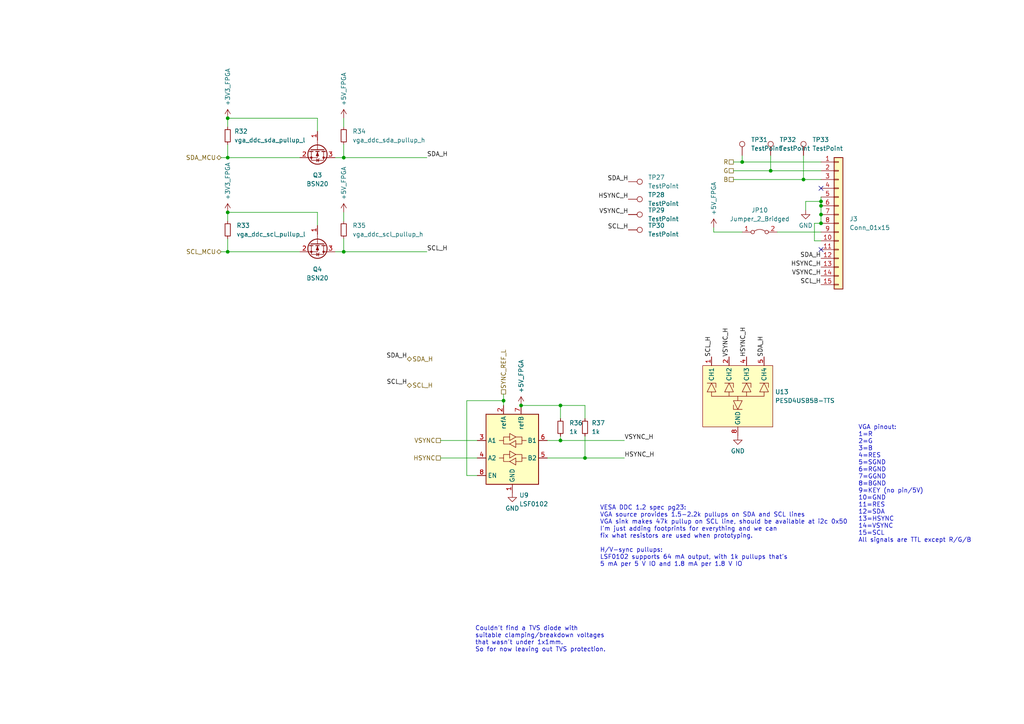
<source format=kicad_sch>
(kicad_sch (version 20211123) (generator eeschema)
  (paper "A4")
  (title_block (title "VGA Centrifuge") (date "2022-10-03") (rev "R3") (comment 1 "Author: Paolo Celati") (comment 2 "VGA connector interfacing"))
  (lib_symbols
    (symbol "Connector:TestPoint" (pin_numbers hide) (pin_names (offset 0.762) hide)
      (property "Reference" "TP" (at 0 6.858 0))
      (property "Value" "TestPoint" (at 0 5.08 0))
      (symbol "TestPoint_0_1"
        (circle (center 0 3.302) (radius 0.762))
      )
      (symbol "TestPoint_1_1"
        (pin passive line (at 0 0 90) (length 2.54) (name "1") (number "1"))
      )
    )
    (symbol "Connector_Generic:Conn_01x15" (pin_names (offset 1.016) hide)
      (property "Reference" "J" (at 0 20.32 0))
      (property "Value" "Conn_01x15" (at 0 -20.32 0))
      (symbol "Conn_01x15_1_1"
        (rectangle (start -1.27 -17.653) (end 0 -17.907) (stroke (width 0.1524)))
        (rectangle (start -1.27 -15.113) (end 0 -15.367) (stroke (width 0.1524)))
        (rectangle (start -1.27 -12.573) (end 0 -12.827) (stroke (width 0.1524)))
        (rectangle (start -1.27 -10.033) (end 0 -10.287) (stroke (width 0.1524)))
        (rectangle (start -1.27 -7.493) (end 0 -7.747) (stroke (width 0.1524)))
        (rectangle (start -1.27 -4.953) (end 0 -5.207) (stroke (width 0.1524)))
        (rectangle (start -1.27 -2.413) (end 0 -2.667) (stroke (width 0.1524)))
        (rectangle (start -1.27 0.127) (end 0 -0.127) (stroke (width 0.1524)))
        (rectangle (start -1.27 2.667) (end 0 2.413) (stroke (width 0.1524)))
        (rectangle (start -1.27 5.207) (end 0 4.953) (stroke (width 0.1524)))
        (rectangle (start -1.27 7.747) (end 0 7.493) (stroke (width 0.1524)))
        (rectangle (start -1.27 10.287) (end 0 10.033) (stroke (width 0.1524)))
        (rectangle (start -1.27 12.827) (end 0 12.573) (stroke (width 0.1524)))
        (rectangle (start -1.27 15.367) (end 0 15.113) (stroke (width 0.1524)))
        (rectangle (start -1.27 17.907) (end 0 17.653) (stroke (width 0.1524)))
        (rectangle (start -1.27 19.05) (end 1.27 -19.05) (stroke (width 0.254)) (fill (type background)))
        (pin passive line (at -5.08 17.78 0) (length 3.81) (name "Pin_1") (number "1"))
        (pin passive line (at -5.08 -5.08 0) (length 3.81) (name "Pin_10") (number "10"))
        (pin passive line (at -5.08 -7.62 0) (length 3.81) (name "Pin_11") (number "11"))
        (pin passive line (at -5.08 -10.16 0) (length 3.81) (name "Pin_12") (number "12"))
        (pin passive line (at -5.08 -12.7 0) (length 3.81) (name "Pin_13") (number "13"))
        (pin passive line (at -5.08 -15.24 0) (length 3.81) (name "Pin_14") (number "14"))
        (pin passive line (at -5.08 -17.78 0) (length 3.81) (name "Pin_15") (number "15"))
        (pin passive line (at -5.08 15.24 0) (length 3.81) (name "Pin_2") (number "2"))
        (pin passive line (at -5.08 12.7 0) (length 3.81) (name "Pin_3") (number "3"))
        (pin passive line (at -5.08 10.16 0) (length 3.81) (name "Pin_4") (number "4"))
        (pin passive line (at -5.08 7.62 0) (length 3.81) (name "Pin_5") (number "5"))
        (pin passive line (at -5.08 5.08 0) (length 3.81) (name "Pin_6") (number "6"))
        (pin passive line (at -5.08 2.54 0) (length 3.81) (name "Pin_7") (number "7"))
        (pin passive line (at -5.08 0 0) (length 3.81) (name "Pin_8") (number "8"))
        (pin passive line (at -5.08 -2.54 0) (length 3.81) (name "Pin_9") (number "9"))
      )
    )
    (symbol "Device:Q_NMOS_GSD" (pin_names (offset 0) hide)
      (property "Reference" "Q" (at 5.08 1.27 0))
      (property "Value" "Q_NMOS_GSD" (at 5.08 -1.27 0))
      (symbol "Q_NMOS_GSD_0_1"
        (polyline (pts (xy 0.254 0) (xy -2.54 0)))
        (polyline (pts (xy 0.254 1.905) (xy 0.254 -1.905)) (stroke (width 0.254)))
        (polyline (pts (xy 0.762 -1.27) (xy 0.762 -2.286)) (stroke (width 0.254)))
        (polyline (pts (xy 0.762 0.508) (xy 0.762 -0.508)) (stroke (width 0.254)))
        (polyline (pts (xy 0.762 2.286) (xy 0.762 1.27)) (stroke (width 0.254)))
        (polyline (pts (xy 2.54 2.54) (xy 2.54 1.778)))
        (polyline (pts (xy 2.54 -2.54) (xy 2.54 0) (xy 0.762 0)))
        (polyline (pts (xy 0.762 -1.778) (xy 3.302 -1.778) (xy 3.302 1.778) (xy 0.762 1.778)))
        (polyline (pts (xy 1.016 0) (xy 2.032 0.381) (xy 2.032 -0.381) (xy 1.016 0)) (fill (type outline)))
        (polyline (pts (xy 2.794 0.508) (xy 2.921 0.381) (xy 3.683 0.381) (xy 3.81 0.254)))
        (polyline (pts (xy 3.302 0.381) (xy 2.921 -0.254) (xy 3.683 -0.254) (xy 3.302 0.381)))
        (circle (center 1.651 0) (radius 2.794) (stroke (width 0.254)))
        (circle (center 2.54 -1.778) (radius 0.254) (fill (type outline)))
        (circle (center 2.54 1.778) (radius 0.254) (fill (type outline)))
      )
      (symbol "Q_NMOS_GSD_1_1"
        (pin input line (at -5.08 0 0) (length 2.54) (name "G") (number "1"))
        (pin passive line (at 2.54 -5.08 90) (length 2.54) (name "S") (number "2"))
        (pin passive line (at 2.54 5.08 270) (length 2.54) (name "D") (number "3"))
      )
    )
    (symbol "Device:R_Small" (pin_numbers hide) (pin_names (offset 0.254) hide)
      (property "Reference" "R" (at 0.762 0.508 0))
      (property "Value" "R_Small" (at 0.762 -1.016 0))
      (symbol "R_Small_0_1"
        (rectangle (start -0.762 1.778) (end 0.762 -1.778) (stroke (width 0.2032)))
      )
      (symbol "R_Small_1_1"
        (pin passive line (at 0 2.54 270) (length 0.762) (name "~") (number "1"))
        (pin passive line (at 0 -2.54 90) (length 0.762) (name "~") (number "2"))
      )
    )
    (symbol "Jumper:Jumper_2_Bridged" (pin_names (offset 0) hide)
      (property "Reference" "JP" (at 0 1.905 0))
      (property "Value" "Jumper_2_Bridged" (at 0 -2.54 0))
      (symbol "Jumper_2_Bridged_0_0"
        (circle (center -2.032 0) (radius 0.508))
        (circle (center 2.032 0) (radius 0.508))
      )
      (symbol "Jumper_2_Bridged_0_1"
        (arc (start 1.524 0.254) (mid 0 0.762) (end -1.524 0.254))
      )
      (symbol "Jumper_2_Bridged_1_1"
        (pin passive line (at -5.08 0 0) (length 2.54) (name "A") (number "1"))
        (pin passive line (at 5.08 0 180) (length 2.54) (name "B") (number "2"))
      )
    )
    (symbol "centrifuge_symbols:+3V3_FPGA" (power) (pin_names (offset 0))
      (property "Value" "+3V3_FPGA" (at 0 3.556 90))
      (symbol "+3V3_FPGA_0_1"
        (polyline (pts (xy -0.762 1.27) (xy 0 2.54)))
        (polyline (pts (xy 0 0) (xy 0 2.54)))
        (polyline (pts (xy 0 2.54) (xy 0.762 1.27)))
      )
      (symbol "+3V3_FPGA_1_1"
        (pin power_in line (at 0 0 90) (length 0) hide (name "+3V3_FPGA") (number "1"))
      )
    )
    (symbol "centrifuge_symbols:+5V_FPGA" (power) (pin_names (offset 0))
      (property "Value" "+5V_FPGA" (at 0 3.556 90))
      (symbol "+5V_FPGA_0_1"
        (polyline (pts (xy -0.762 1.27) (xy 0 2.54)))
        (polyline (pts (xy 0 0) (xy 0 2.54)))
        (polyline (pts (xy 0 2.54) (xy 0.762 1.27)))
      )
      (symbol "+5V_FPGA_1_1"
        (pin power_in line (at 0 0 90) (length 0) hide (name "+5V_FPGA") (number "1"))
      )
    )
    (symbol "centrifuge_symbols:LSF0102"
      (property "Reference" "U" (at 6.35 -11.43 0))
      (property "Value" "LSF0102" (at 10.16 11.43 0))
      (symbol "LSF0102_1_1"
        (rectangle (start -7.62 10.16) (end 7.62 -10.16) (stroke (width 0.254)) (fill (type background)))
        (polyline (pts (xy -2.54 -2.54) (xy -2.54 -1.524) (xy -0.762 -1.524)))
        (polyline (pts (xy -2.54 2.54) (xy -2.54 3.556) (xy -0.762 3.556)))
        (polyline (pts (xy 2.794 -2.54) (xy 2.794 -3.556) (xy 1.016 -3.556)))
        (polyline (pts (xy 2.794 2.54) (xy 2.794 1.524) (xy 1.016 1.524)))
        (polyline (pts (xy -0.762 -3.556) (xy -2.54 -3.556) (xy -2.54 -2.54) (xy -3.81 -2.54)))
        (polyline (pts (xy -0.762 -2.54) (xy -0.762 -0.508) (xy 1.016 -1.524) (xy -0.762 -2.54)))
        (polyline (pts (xy -0.762 1.524) (xy -2.54 1.524) (xy -2.54 2.54) (xy -3.81 2.54)))
        (polyline (pts (xy -0.762 2.54) (xy -0.762 4.572) (xy 1.016 3.556) (xy -0.762 2.54)))
        (polyline (pts (xy 1.016 -1.524) (xy 2.794 -1.524) (xy 2.794 -2.54) (xy 4.064 -2.54)))
        (polyline (pts (xy 1.016 3.556) (xy 2.794 3.556) (xy 2.794 2.54) (xy 4.064 2.54)))
        (polyline (pts (xy 1.016 -2.54) (xy 1.016 -4.318) (xy 1.016 -4.572) (xy -0.762 -3.556) (xy 1.016 -2.54)))
        (polyline (pts (xy 1.016 2.54) (xy 1.016 0.762) (xy 1.016 0.508) (xy -0.762 1.524) (xy 1.016 2.54)))
        (pin power_in line (at 0 -12.7 90) (length 2.54) (name "GND") (number "1"))
        (pin power_in line (at -2.54 12.7 270) (length 2.54) (name "refA") (number "2"))
        (pin bidirectional line (at -10.16 2.54 0) (length 2.54) (name "A1") (number "3"))
        (pin bidirectional line (at -10.16 -2.54 0) (length 2.54) (name "A2") (number "4"))
        (pin bidirectional line (at 10.16 -2.54 180) (length 2.54) (name "B2") (number "5"))
        (pin bidirectional line (at 10.16 2.54 180) (length 2.54) (name "B1") (number "6"))
        (pin power_in line (at 2.54 12.7 270) (length 2.54) (name "refB") (number "7"))
        (pin input line (at -10.16 -7.62 0) (length 2.54) (name "EN") (number "8"))
      )
    )
    (symbol "centrifuge_symbols:PESD4USB5B-TTS"
      (property "Reference" "U7" (at 10.795 1.2701 0))
      (property "Value" "PESD4USB5B-TTS" (at 10.795 -1.2699 0))
      (symbol "PESD4USB5B-TTS_0_0"
        (pin no_connect line (at 10.16 -11.43 90) (length 2.54) hide (name "") (number "10"))
        (pin no_connect line (at 2.54 -11.43 90) (length 2.54) hide (name "") (number "6"))
        (pin no_connect line (at 5.08 -11.43 90) (length 2.54) hide (name "") (number "7"))
        (pin no_connect line (at 7.62 -11.43 90) (length 2.54) hide (name "") (number "9"))
      )
      (symbol "PESD4USB5B-TTS_0_1"
        (rectangle (start -10.16 8.89) (end 10.16 -8.89) (fill (type background)))
        (polyline (pts (xy -7.62 1.27) (xy -7.62 0)))
        (polyline (pts (xy -2.54 1.27) (xy -2.54 0)))
        (polyline (pts (xy 0 -1.27) (xy 0 0)))
        (polyline (pts (xy 2.54 1.27) (xy 2.54 0)))
        (polyline (pts (xy 7.62 0) (xy -7.62 0)))
        (polyline (pts (xy 7.62 1.27) (xy 7.62 0)))
        (polyline (pts (xy -8.89 3.81) (xy -6.35 3.81) (xy -6.35 2.54)))
        (polyline (pts (xy -3.81 3.81) (xy -1.27 3.81) (xy -1.27 2.54)))
        (polyline (pts (xy 1.27 -3.81) (xy -1.27 -3.81) (xy -1.27 -2.54)))
        (polyline (pts (xy 1.27 3.81) (xy 3.81 3.81) (xy 3.81 2.54)))
        (polyline (pts (xy 6.35 3.81) (xy 8.89 3.81) (xy 8.89 2.54)))
        (polyline (pts (xy -8.89 1.27) (xy -6.35 1.27) (xy -7.62 3.81) (xy -8.89 1.27)))
        (polyline (pts (xy -3.81 1.27) (xy -1.27 1.27) (xy -2.54 3.81) (xy -3.81 1.27)))
        (polyline (pts (xy 1.27 -1.27) (xy -1.27 -1.27) (xy 0 -3.81) (xy 1.27 -1.27)))
        (polyline (pts (xy 1.27 1.27) (xy 3.81 1.27) (xy 2.54 3.81) (xy 1.27 1.27)))
        (polyline (pts (xy 6.35 1.27) (xy 8.89 1.27) (xy 7.62 3.81) (xy 6.35 1.27)))
      )
      (symbol "PESD4USB5B-TTS_1_1"
        (pin passive line (at -7.62 11.43 270) (length 2.54) (name "CH1") (number "1"))
        (pin passive line (at -2.54 11.43 270) (length 2.54) (name "CH2") (number "2"))
        (pin power_in line (at 0 -11.43 90) (length 2.54) hide (name "GND") (number "3"))
        (pin passive line (at 2.54 11.43 270) (length 2.54) (name "CH3") (number "4"))
        (pin passive line (at 7.62 11.43 270) (length 2.54) (name "CH4") (number "5"))
        (pin power_in line (at 0 -11.43 90) (length 2.54) (name "GND") (number "8"))
      )
    )
    (symbol "power:GND" (power) (pin_names (offset 0))
      (property "Value" "GND" (at 0 -3.81 0))
      (symbol "GND_0_1"
        (polyline (pts (xy 0 0) (xy 0 -1.27) (xy 1.27 -1.27) (xy 0 -2.54) (xy -1.27 -1.27) (xy 0 -1.27)))
      )
      (symbol "GND_1_1"
        (pin power_in line (at 0 0 270) (length 0) hide (name "GND") (number "1"))
      )
    )
  )
  (junction (at 233.045 52.07))
  (junction (at 238.125 59.69))
  (junction (at 66.04 45.72))
  (junction (at 169.672 132.842))
  (junction (at 151.13 117.602))
  (junction (at 162.56 127.762))
  (junction (at 223.52 49.53))
  (junction (at 215.265 46.99))
  (junction (at 66.04 34.29))
  (junction (at 66.04 61.595))
  (junction (at 238.125 62.23))
  (junction (at 238.125 64.77))
  (junction (at 162.56 117.602))
  (junction (at 238.125 58.42))
  (junction (at 66.04 73.025))
  (junction (at 146.05 116.205))
  (junction (at 99.695 73.025))
  (junction (at 99.695 45.72))
  (no_connect (at 238.125 72.39))
  (no_connect (at 238.125 54.61))
  (wire (pts (xy 92.075 38.1) (xy 92.075 34.29)))
  (wire (pts (xy 99.695 73.025) (xy 99.695 69.215)))
  (wire (pts (xy 135.382 137.922) (xy 138.43 137.922)))
  (wire (pts (xy 233.68 58.42) (xy 233.68 60.96)))
  (wire (pts (xy 158.75 127.762) (xy 162.56 127.762)))
  (wire (pts (xy 92.075 61.595) (xy 66.04 61.595)))
  (wire (pts (xy 169.672 117.602) (xy 162.56 117.602)))
  (wire (pts (xy 162.56 117.602) (xy 151.13 117.602)))
  (wire (pts (xy 162.56 117.602) (xy 162.56 121.412)))
  (wire (pts (xy 238.125 58.42) (xy 238.125 59.69)))
  (wire (pts (xy 127.762 127.762) (xy 138.43 127.762)))
  (wire (pts (xy 238.125 69.85) (xy 236.22 69.85)))
  (wire (pts (xy 162.56 127.762) (xy 181.102 127.762)))
  (wire (pts (xy 169.672 126.492) (xy 169.672 132.842)))
  (wire (pts (xy 66.04 34.29) (xy 66.04 36.83)))
  (wire (pts (xy 236.22 64.77) (xy 238.125 64.77)))
  (wire (pts (xy 146.05 114.3) (xy 146.05 116.205)))
  (wire (pts (xy 135.382 137.922) (xy 135.382 116.205)))
  (wire (pts (xy 99.695 34.29) (xy 99.695 36.83)))
  (wire (pts (xy 223.52 49.53) (xy 238.125 49.53)))
  (wire (pts (xy 64.135 45.72) (xy 66.04 45.72)))
  (wire (pts (xy 64.135 73.025) (xy 66.04 73.025)))
  (wire (pts (xy 97.155 73.025) (xy 99.695 73.025)))
  (wire (pts (xy 158.75 132.842) (xy 169.672 132.842)))
  (wire (pts (xy 236.22 69.85) (xy 236.22 64.77)))
  (wire (pts (xy 146.05 116.205) (xy 146.05 117.602)))
  (wire (pts (xy 225.425 67.31) (xy 238.125 67.31)))
  (wire (pts (xy 99.695 45.72) (xy 99.695 41.91)))
  (wire (pts (xy 135.382 116.205) (xy 146.05 116.205)))
  (wire (pts (xy 99.695 61.595) (xy 99.695 64.135)))
  (wire (pts (xy 169.672 132.842) (xy 181.102 132.842)))
  (wire (pts (xy 207.01 66.04) (xy 207.01 67.31)))
  (wire (pts (xy 238.125 57.15) (xy 238.125 58.42)))
  (wire (pts (xy 212.725 52.07) (xy 233.045 52.07)))
  (wire (pts (xy 66.04 69.215) (xy 66.04 73.025)))
  (wire (pts (xy 215.265 67.31) (xy 207.01 67.31)))
  (wire (pts (xy 169.672 121.412) (xy 169.672 117.602)))
  (wire (pts (xy 215.265 45.085) (xy 215.265 46.99)))
  (wire (pts (xy 212.725 49.53) (xy 223.52 49.53)))
  (wire (pts (xy 92.075 65.405) (xy 92.075 61.595)))
  (wire (pts (xy 215.265 46.99) (xy 238.125 46.99)))
  (wire (pts (xy 86.995 73.025) (xy 66.04 73.025)))
  (wire (pts (xy 212.725 46.99) (xy 215.265 46.99)))
  (wire (pts (xy 92.075 34.29) (xy 66.04 34.29)))
  (wire (pts (xy 86.995 45.72) (xy 66.04 45.72)))
  (wire (pts (xy 97.155 45.72) (xy 99.695 45.72)))
  (wire (pts (xy 233.045 52.07) (xy 238.125 52.07)))
  (wire (pts (xy 99.695 45.72) (xy 123.825 45.72)))
  (wire (pts (xy 99.695 73.025) (xy 123.825 73.025)))
  (wire (pts (xy 238.125 58.42) (xy 233.68 58.42)))
  (wire (pts (xy 238.125 62.23) (xy 238.125 64.77)))
  (wire (pts (xy 127.762 132.842) (xy 138.43 132.842)))
  (wire (pts (xy 233.045 45.085) (xy 233.045 52.07)))
  (wire (pts (xy 66.04 41.91) (xy 66.04 45.72)))
  (wire (pts (xy 162.56 126.492) (xy 162.56 127.762)))
  (wire (pts (xy 238.125 59.69) (xy 238.125 62.23)))
  (wire (pts (xy 223.52 45.085) (xy 223.52 49.53)))
  (wire (pts (xy 66.04 61.595) (xy 66.04 64.135)))
  (text "Couldn't find a TVS diode with\nsuitable clamping/breakdown voltages\nthat wasn't under 1x1mm.\nSo for now leaving out TVS protection." (at 137.795 189.23 0) (effects (font (size 1.27 1.27)) (justify left bottom)))
  (text "VGA pinout:\n1=R\n2=G\n3=B\n4=RES\n5=SGND\n6=RGND\n7=GGND\n8=BGND\n9=KEY (no pin/5V)\n10=GND\n11=RES\n12=SDA\n13=HSYNC\n14=VSYNC\n15=SCL\nAll signals are TTL except R/G/B" (at 248.92 157.48 0) (effects (font (size 1.27 1.27)) (justify left bottom)))
  (text "VESA DDC 1.2 spec pg23:\nVGA source provides 1.5-2.2k pullups on SDA and SCL lines\nVGA sink makes 47k pullup on SCL line, should be available at i2c 0x50\nI'm just adding footprints for everything and we can\nfix what resistors are used when prototyping.\n\nH/V-sync pullups:\nLSF0102 supports 64 mA output, with 1k pullups that's\n5 mA per 5 V IO and 1.8 mA per 1.8 V IO" (at 173.99 164.465 0) (effects (font (size 1.27 1.27)) (justify left bottom)))
  (label "SDA_H" (at 238.125 74.93 180))
  (label "HSYNC_H" (at 238.125 77.47 180))
  (label "HSYNC_H" (at 182.245 57.785 180))
  (label "SCL_H" (at 123.825 73.025 0))
  (label "VSYNC_H" (at 181.102 127.762 0))
  (label "SCL_H" (at 182.245 66.675 180))
  (label "SDA_H" (at 221.615 103.505 90))
  (label "SDA_H" (at 123.825 45.72 0))
  (label "VSYNC_H" (at 238.125 80.01 180))
  (label "VSYNC_H" (at 182.245 62.23 180))
  (label "SCL_H" (at 206.375 103.505 90))
  (label "HSYNC_H" (at 216.535 103.505 90))
  (label "SCL_H" (at 238.125 82.55 180))
  (label "HSYNC_H" (at 181.102 132.842 0))
  (label "VSYNC_H" (at 211.455 103.505 90))
  (label "SDA_H" (at 182.245 52.705 180))
  (label "SCL_H" (at 118.11 111.76 180))
  (label "SDA_H" (at 118.11 104.14 180))
  (hierarchical_label "SCL_H" (shape tri_state) (at 118.11 111.76 0))
  (hierarchical_label "HSYNC" (shape passive) (at 127.762 132.842 180))
  (hierarchical_label "B" (shape passive) (at 212.725 52.07 180))
  (hierarchical_label "SCL_MCU" (shape tri_state) (at 64.135 73.025 180))
  (hierarchical_label "VSYNC" (shape passive) (at 127.762 127.762 180))
  (hierarchical_label "SYNC_REF_L" (shape passive) (at 146.05 114.3 90))
  (hierarchical_label "SDA_H" (shape tri_state) (at 118.11 104.14 0))
  (hierarchical_label "R" (shape passive) (at 212.725 46.99 180))
  (hierarchical_label "SDA_MCU" (shape tri_state) (at 64.135 45.72 180))
  (hierarchical_label "G" (shape passive) (at 212.725 49.53 180))
  (symbol (lib_id "centrifuge_symbols:+5V_FPGA") (at 99.695 61.595 0) (unit 1)
    (property "Reference" "#PWR0182" (effects hide))
    (property "Value" "+5V" (at 99.695 58.039 90) (effects (justify left)))
  )
  (symbol (lib_id "Device:R_Small") (at 66.04 66.675 0) (unit 1)
    (property "Reference" "R33" (at 68.58 65.4049 0) (effects (justify left)))
    (property "Value" "vga_ddc_scl_pullup_l" (at 68.58 67.9449 0) (effects (justify left)))
    (property "Footprint" "Resistor_SMD:R_0805_2012Metric_Pad1.20x1.40mm_HandSolder" (effects hide))
  )
  (symbol (lib_id "Device:R_Small") (at 169.672 123.952 0) (unit 1)
    (property "Reference" "R37" (at 171.577 122.6819 0) (effects (justify left)))
    (property "Value" "1k" (at 171.577 125.2219 0) (effects (justify left)))
    (property "Footprint" "Resistor_SMD:R_0805_2012Metric_Pad1.20x1.40mm_HandSolder" (effects hide))
    (property "Order Page" "https://no.mouser.com/ProductDetail/Bourns/CRT0805-FZ-1001ELF?qs=sGAEpiMZZMtlubZbdhIBIE1fcddgskk31VQUnea8%252BbY%3D" (effects hide))
  )
  (symbol (lib_id "Connector:TestPoint") (at 223.52 45.085 0) (unit 1)
    (property "Reference" "TP32" (at 226.06 40.5129 0) (effects (justify left)))
    (property "Value" "TestPoint" (at 226.06 43.0529 0) (effects (justify left)))
    (property "Footprint" "TestPoint:TestPoint_Keystone_5015_Micro-Minature" (effects hide))
    (property "Order Page" "https://no.mouser.com/ProductDetail/Keystone-Electronics/5015?qs=qOqV1E1P08ShW56PtUq2FA%3D%3D" (effects hide))
  )
  (symbol (lib_id "centrifuge_symbols:+5V_FPGA") (at 151.13 117.602 0) (unit 1)
    (property "Reference" "#PWR0176" (effects hide))
    (property "Value" "+5V" (at 151.13 114.046 90) (effects (justify left)))
  )
  (symbol (lib_id "Connector:TestPoint") (at 182.245 62.23 270) (unit 1)
    (property "Reference" "TP29" (at 187.96 60.9599 90) (effects (justify left)))
    (property "Value" "TestPoint" (at 187.96 63.4999 90) (effects (justify left)))
    (property "Footprint" "TestPoint:TestPoint_Keystone_5015_Micro-Minature" (effects hide))
    (property "Order Page" "https://no.mouser.com/ProductDetail/Keystone-Electronics/5015?qs=qOqV1E1P08ShW56PtUq2FA%3D%3D" (effects hide))
  )
  (symbol (lib_id "Connector:TestPoint") (at 182.245 57.785 270) (unit 1)
    (property "Reference" "TP28" (at 187.96 56.5149 90) (effects (justify left)))
    (property "Value" "TestPoint" (at 187.96 59.0549 90) (effects (justify left)))
    (property "Footprint" "TestPoint:TestPoint_Keystone_5015_Micro-Minature" (effects hide))
    (property "Order Page" "https://no.mouser.com/ProductDetail/Keystone-Electronics/5015?qs=qOqV1E1P08ShW56PtUq2FA%3D%3D" (effects hide))
  )
  (symbol (lib_id "Jumper:Jumper_2_Bridged") (at 220.345 67.31 0) (unit 1)
    (property "Reference" "JP10" (at 220.345 60.96 0))
    (property "Value" "Jumper_2_Bridged" (at 220.345 63.5 0))
    (property "Footprint" "Jumper:SolderJumper-2_P1.3mm_Bridged_Pad1.0x1.5mm" (effects hide))
  )
  (symbol (lib_id "Connector:TestPoint") (at 182.245 52.705 270) (unit 1)
    (property "Reference" "TP27" (at 187.96 51.4349 90) (effects (justify left)))
    (property "Value" "TestPoint" (at 187.96 53.9749 90) (effects (justify left)))
    (property "Footprint" "TestPoint:TestPoint_Keystone_5015_Micro-Minature" (effects hide))
    (property "Order Page" "https://no.mouser.com/ProductDetail/Keystone-Electronics/5015?qs=qOqV1E1P08ShW56PtUq2FA%3D%3D" (effects hide))
  )
  (symbol (lib_id "Device:R_Small") (at 99.695 66.675 180) (unit 1)
    (property "Reference" "R35" (at 102.235 65.4049 0) (effects (justify right)))
    (property "Value" "vga_ddc_scl_pullup_h" (at 102.235 67.9449 0) (effects (justify right)))
    (property "Footprint" "Resistor_SMD:R_0805_2012Metric_Pad1.20x1.40mm_HandSolder" (effects hide))
  )
  (symbol (lib_id "Device:R_Small") (at 66.04 39.37 0) (unit 1)
    (property "Reference" "R32" (at 67.945 38.0999 0) (effects (justify left)))
    (property "Value" "vga_ddc_sda_pullup_l" (at 67.945 40.6399 0) (effects (justify left)))
    (property "Footprint" "Resistor_SMD:R_0805_2012Metric_Pad1.20x1.40mm_HandSolder" (effects hide))
  )
  (symbol (lib_id "power:GND") (at 213.995 126.365 0) (unit 1)
    (property "Reference" "#PWR0219" (effects hide))
    (property "Value" "GND" (at 213.995 130.81 0))
  )
  (symbol (lib_id "centrifuge_symbols:+5V_FPGA") (at 99.695 34.29 0) (unit 1)
    (property "Reference" "#PWR0181" (effects hide))
    (property "Value" "+5V" (at 99.695 30.734 90) (effects (justify left)))
  )
  (symbol (lib_id "centrifuge_symbols:+3V3_FPGA") (at 66.04 34.29 0) (unit 1)
    (property "Reference" "#PWR0183" (effects hide))
    (property "Value" "+3V3" (at 66.04 30.734 90) (effects (justify left)))
  )
  (symbol (lib_id "Device:Q_NMOS_GSD") (at 92.075 70.485 270) (unit 1)
    (property "Reference" "Q4" (at 92.075 78.105 90))
    (property "Value" "BSN20" (at 92.075 80.645 90))
    (property "Footprint" "Package_TO_SOT_SMD:SOT-23" (effects hide))
    (property "Datasheet" "https://www.diodes.com/assets/Datasheets/ds31898.pdf" (effects hide))
  )
  (symbol (lib_id "power:GND") (at 148.59 143.002 0) (unit 1)
    (property "Reference" "#PWR0175" (effects hide))
    (property "Value" "GND" (at 148.59 147.447 0))
  )
  (symbol (lib_id "centrifuge_symbols:PESD4USB5B-TTS") (at 213.995 114.935 0) (unit 1)
    (property "Reference" "U13" (at 224.79 113.6649 0) (effects (justify left)))
    (property "Value" "PESD4USB5B-TTS" (at 224.79 116.2049 0) (effects (justify left)))
    (property "Footprint" "Package_DFN_QFN:Diodes_UDFN-10_1.0x2.5mm_P0.5mm" (effects hide))
    (property "Datasheet" "https://no.mouser.com/datasheet/2/916/PESD4USB5B_TTS-2395695.pdf" (effects hide))
    (property "Order Page" "https://no.mouser.com/ProductDetail/Nexperia/PESD4USB5B-TTSX?qs=ljCeji4nMDmS4Q%2FwzdnFVQ%3D%3D" (effects hide))
  )
  (symbol (lib_id "Device:Q_NMOS_GSD") (at 92.075 43.18 270) (unit 1)
    (property "Reference" "Q3" (at 92.075 50.8 90))
    (property "Value" "BSN20" (at 92.075 53.34 90))
    (property "Footprint" "Package_TO_SOT_SMD:SOT-23" (effects hide))
    (property "Datasheet" "https://www.diodes.com/assets/Datasheets/ds31898.pdf" (effects hide))
  )
  (symbol (lib_id "Connector:TestPoint") (at 215.265 45.085 0) (unit 1)
    (property "Reference" "TP31" (at 217.805 40.5129 0) (effects (justify left)))
    (property "Value" "TestPoint" (at 217.805 43.0529 0) (effects (justify left)))
    (property "Footprint" "TestPoint:TestPoint_Keystone_5015_Micro-Minature" (effects hide))
    (property "Order Page" "https://no.mouser.com/ProductDetail/Keystone-Electronics/5015?qs=qOqV1E1P08ShW56PtUq2FA%3D%3D" (effects hide))
  )
  (symbol (lib_id "Connector_Generic:Conn_01x15") (at 243.205 64.77 0) (unit 1)
    (property "Reference" "J3" (at 246.38 63.4999 0) (effects (justify left)))
    (property "Value" "Conn_01x15" (at 246.38 66.0399 0) (effects (justify left)))
    (property "Footprint" "centrifuge footprints:L77HDE15SD1CH4FVGA" (effects hide))
  )
  (symbol (lib_id "centrifuge_symbols:+5V_FPGA") (at 207.01 66.04 0) (unit 1)
    (property "Reference" "#PWR0179" (effects hide))
    (property "Value" "+5V" (at 207.01 62.484 90) (effects (justify left)))
  )
  (symbol (lib_id "centrifuge_symbols:+3V3_FPGA") (at 66.04 61.595 0) (unit 1)
    (property "Reference" "#PWR0180" (effects hide))
    (property "Value" "+3V3" (at 66.04 58.039 90) (effects (justify left)))
  )
  (symbol (lib_id "power:GND") (at 233.68 60.96 0) (unit 1)
    (property "Reference" "#PWR0178" (effects hide))
    (property "Value" "GND" (at 233.68 65.405 0))
  )
  (symbol (lib_id "Connector:TestPoint") (at 233.045 45.085 0) (unit 1)
    (property "Reference" "TP33" (at 235.585 40.5129 0) (effects (justify left)))
    (property "Value" "TestPoint" (at 235.585 43.0529 0) (effects (justify left)))
    (property "Footprint" "TestPoint:TestPoint_Keystone_5015_Micro-Minature" (effects hide))
    (property "Order Page" "https://no.mouser.com/ProductDetail/Keystone-Electronics/5015?qs=qOqV1E1P08ShW56PtUq2FA%3D%3D" (effects hide))
  )
  (symbol (lib_id "Connector:TestPoint") (at 182.245 66.675 270) (unit 1)
    (property "Reference" "TP30" (at 187.96 65.4049 90) (effects (justify left)))
    (property "Value" "TestPoint" (at 187.96 67.9449 90) (effects (justify left)))
    (property "Footprint" "TestPoint:TestPoint_Keystone_5015_Micro-Minature" (effects hide))
    (property "Order Page" "https://no.mouser.com/ProductDetail/Keystone-Electronics/5015?qs=qOqV1E1P08ShW56PtUq2FA%3D%3D" (effects hide))
  )
  (symbol (lib_id "centrifuge_symbols:LSF0102") (at 148.59 130.302 0) (unit 1)
    (property "Reference" "U9" (at 150.6094 143.637 0) (effects (justify left)))
    (property "Value" "LSF0102" (at 150.6094 146.177 0) (effects (justify left)))
    (property "Footprint" "Package_SO:VSSOP-8_2.3x2mm_P0.5mm" (effects hide))
    (property "Datasheet" "https://no.mouser.com/datasheet/2/916/LSF0102-1839907.pdf" (effects hide))
  )
  (symbol (lib_id "Device:R_Small") (at 99.695 39.37 180) (unit 1)
    (property "Reference" "R34" (at 102.235 38.0999 0) (effects (justify right)))
    (property "Value" "vga_ddc_sda_pullup_h" (at 102.235 40.6399 0) (effects (justify right)))
    (property "Footprint" "Resistor_SMD:R_0805_2012Metric_Pad1.20x1.40mm_HandSolder" (effects hide))
  )
  (symbol (lib_id "Device:R_Small") (at 162.56 123.952 0) (unit 1)
    (property "Reference" "R36" (at 165.1 122.6819 0) (effects (justify left)))
    (property "Value" "1k" (at 165.1 125.2219 0) (effects (justify left)))
    (property "Footprint" "Resistor_SMD:R_0805_2012Metric_Pad1.20x1.40mm_HandSolder" (effects hide))
    (property "Order Page" "https://no.mouser.com/ProductDetail/Bourns/CRT0805-FZ-1001ELF?qs=sGAEpiMZZMtlubZbdhIBIE1fcddgskk31VQUnea8%252BbY%3D" (effects hide))
  )
)
</source>
